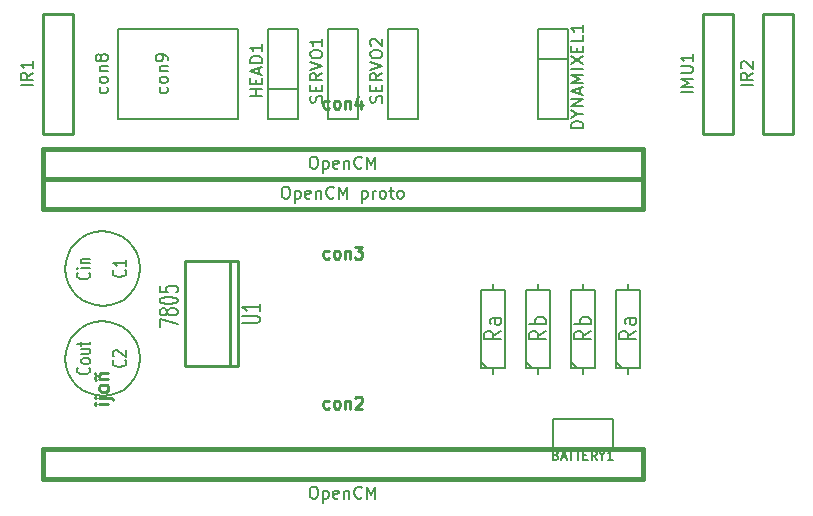
<source format=gto>
G04 (created by PCBNEW-RS274X (2012-apr-16-27)-stable) date lun 12 may 2014 23:04:42 CEST*
G01*
G70*
G90*
%MOIN*%
G04 Gerber Fmt 3.4, Leading zero omitted, Abs format*
%FSLAX34Y34*%
G04 APERTURE LIST*
%ADD10C,0.000200*%
%ADD11C,0.008000*%
%ADD12C,0.006000*%
%ADD13C,0.010000*%
%ADD14C,0.015000*%
%ADD15C,0.005000*%
%ADD16C,0.011300*%
G04 APERTURE END LIST*
G54D10*
G54D11*
X82500Y-32500D02*
X82500Y-29500D01*
X82500Y-29500D02*
X84500Y-29500D01*
X84500Y-32500D02*
X82500Y-32500D01*
X86500Y-29500D02*
X86500Y-32500D01*
X84500Y-29500D02*
X86500Y-29500D01*
X86500Y-32500D02*
X84500Y-32500D01*
G54D12*
X90500Y-32500D02*
X89500Y-32500D01*
X89500Y-32500D02*
X89500Y-29500D01*
X89500Y-29500D02*
X90500Y-29500D01*
X90500Y-29500D02*
X90500Y-32500D01*
X92500Y-32500D02*
X91500Y-32500D01*
X91500Y-32500D02*
X91500Y-29500D01*
X91500Y-29500D02*
X92500Y-29500D01*
X92500Y-29500D02*
X92500Y-32500D01*
G54D11*
X98000Y-41000D02*
X98000Y-40800D01*
X98000Y-38000D02*
X98000Y-38200D01*
X98000Y-38200D02*
X97600Y-38200D01*
X97600Y-38200D02*
X97600Y-40800D01*
X97600Y-40800D02*
X98400Y-40800D01*
X98400Y-40800D02*
X98400Y-38200D01*
X98400Y-38200D02*
X98000Y-38200D01*
X97800Y-40800D02*
X97600Y-40600D01*
X95000Y-41000D02*
X95000Y-40800D01*
X95000Y-38000D02*
X95000Y-38200D01*
X95000Y-38200D02*
X94600Y-38200D01*
X94600Y-38200D02*
X94600Y-40800D01*
X94600Y-40800D02*
X95400Y-40800D01*
X95400Y-40800D02*
X95400Y-38200D01*
X95400Y-38200D02*
X95000Y-38200D01*
X94800Y-40800D02*
X94600Y-40600D01*
X99500Y-41000D02*
X99500Y-40800D01*
X99500Y-38000D02*
X99500Y-38200D01*
X99500Y-38200D02*
X99100Y-38200D01*
X99100Y-38200D02*
X99100Y-40800D01*
X99100Y-40800D02*
X99900Y-40800D01*
X99900Y-40800D02*
X99900Y-38200D01*
X99900Y-38200D02*
X99500Y-38200D01*
X99300Y-40800D02*
X99100Y-40600D01*
X96500Y-41000D02*
X96500Y-40800D01*
X96500Y-38000D02*
X96500Y-38200D01*
X96500Y-38200D02*
X96100Y-38200D01*
X96100Y-38200D02*
X96100Y-40800D01*
X96100Y-40800D02*
X96900Y-40800D01*
X96900Y-40800D02*
X96900Y-38200D01*
X96900Y-38200D02*
X96500Y-38200D01*
X96300Y-40800D02*
X96100Y-40600D01*
G54D13*
X103000Y-29000D02*
X103000Y-33000D01*
X102000Y-29000D02*
X102000Y-33000D01*
X102000Y-33000D02*
X103000Y-33000D01*
X103000Y-29000D02*
X102000Y-29000D01*
X81000Y-29000D02*
X81000Y-33000D01*
X80000Y-29000D02*
X80000Y-33000D01*
X80000Y-33000D02*
X81000Y-33000D01*
X81000Y-29000D02*
X80000Y-29000D01*
X105000Y-29000D02*
X105000Y-33000D01*
X104000Y-29000D02*
X104000Y-33000D01*
X104000Y-33000D02*
X105000Y-33000D01*
X105000Y-29000D02*
X104000Y-29000D01*
G54D12*
X88500Y-32500D02*
X87500Y-32500D01*
X87500Y-32500D02*
X87500Y-29500D01*
X87500Y-29500D02*
X88500Y-29500D01*
X88500Y-29500D02*
X88500Y-32500D01*
X87500Y-31500D02*
X88500Y-31500D01*
X96500Y-29500D02*
X97500Y-29500D01*
X97500Y-29500D02*
X97500Y-32500D01*
X97500Y-32500D02*
X96500Y-32500D01*
X96500Y-32500D02*
X96500Y-29500D01*
X97500Y-30500D02*
X96500Y-30500D01*
X99000Y-42500D02*
X99000Y-43500D01*
X99000Y-43500D02*
X97000Y-43500D01*
X97000Y-43500D02*
X97000Y-42500D01*
X97000Y-42500D02*
X99000Y-42500D01*
G54D14*
X80000Y-43500D02*
X80000Y-44500D01*
X80000Y-44500D02*
X100000Y-44500D01*
X100000Y-44500D02*
X100000Y-43500D01*
X100000Y-43500D02*
X80000Y-43500D01*
X80000Y-33500D02*
X80000Y-34500D01*
X80000Y-34500D02*
X100000Y-34500D01*
X100000Y-34500D02*
X100000Y-33500D01*
X100000Y-33500D02*
X80000Y-33500D01*
X100000Y-35500D02*
X100000Y-34500D01*
X100000Y-34500D02*
X80000Y-34500D01*
X80000Y-34500D02*
X80000Y-35500D01*
X80000Y-35500D02*
X100000Y-35500D01*
G54D13*
X86250Y-37250D02*
X86500Y-37250D01*
X86500Y-37250D02*
X86500Y-40750D01*
X86500Y-40750D02*
X86250Y-40750D01*
X84750Y-37250D02*
X86250Y-37250D01*
X86250Y-37250D02*
X86250Y-40750D01*
X86250Y-40750D02*
X84750Y-40750D01*
X84750Y-40750D02*
X84750Y-37250D01*
G54D15*
X83250Y-40500D02*
X83226Y-40742D01*
X83155Y-40976D01*
X83041Y-41191D01*
X82886Y-41380D01*
X82698Y-41536D01*
X82484Y-41652D01*
X82251Y-41724D01*
X82008Y-41749D01*
X81766Y-41727D01*
X81532Y-41658D01*
X81316Y-41545D01*
X81126Y-41393D01*
X80969Y-41206D01*
X80852Y-40992D01*
X80778Y-40759D01*
X80751Y-40517D01*
X80771Y-40275D01*
X80838Y-40040D01*
X80950Y-39823D01*
X81101Y-39632D01*
X81287Y-39474D01*
X81500Y-39355D01*
X81732Y-39280D01*
X81974Y-39251D01*
X82217Y-39269D01*
X82452Y-39335D01*
X82669Y-39445D01*
X82862Y-39595D01*
X83021Y-39780D01*
X83141Y-39992D01*
X83218Y-40224D01*
X83249Y-40466D01*
X83250Y-40500D01*
X83250Y-37500D02*
X83226Y-37742D01*
X83155Y-37976D01*
X83041Y-38191D01*
X82886Y-38380D01*
X82698Y-38536D01*
X82484Y-38652D01*
X82251Y-38724D01*
X82008Y-38749D01*
X81766Y-38727D01*
X81532Y-38658D01*
X81316Y-38545D01*
X81126Y-38393D01*
X80969Y-38206D01*
X80852Y-37992D01*
X80778Y-37759D01*
X80751Y-37517D01*
X80771Y-37275D01*
X80838Y-37040D01*
X80950Y-36823D01*
X81101Y-36632D01*
X81287Y-36474D01*
X81500Y-36355D01*
X81732Y-36280D01*
X81974Y-36251D01*
X82217Y-36269D01*
X82452Y-36335D01*
X82669Y-36445D01*
X82862Y-36595D01*
X83021Y-36780D01*
X83141Y-36992D01*
X83218Y-37224D01*
X83249Y-37466D01*
X83250Y-37500D01*
G54D11*
X82143Y-31457D02*
X82162Y-31495D01*
X82162Y-31572D01*
X82143Y-31610D01*
X82124Y-31629D01*
X82086Y-31648D01*
X81971Y-31648D01*
X81933Y-31629D01*
X81914Y-31610D01*
X81895Y-31572D01*
X81895Y-31495D01*
X81914Y-31457D01*
X82162Y-31229D02*
X82143Y-31267D01*
X82124Y-31286D01*
X82086Y-31305D01*
X81971Y-31305D01*
X81933Y-31286D01*
X81914Y-31267D01*
X81895Y-31229D01*
X81895Y-31171D01*
X81914Y-31133D01*
X81933Y-31114D01*
X81971Y-31095D01*
X82086Y-31095D01*
X82124Y-31114D01*
X82143Y-31133D01*
X82162Y-31171D01*
X82162Y-31229D01*
X81895Y-30924D02*
X82162Y-30924D01*
X81933Y-30924D02*
X81914Y-30905D01*
X81895Y-30867D01*
X81895Y-30809D01*
X81914Y-30771D01*
X81952Y-30752D01*
X82162Y-30752D01*
X81933Y-30505D02*
X81914Y-30543D01*
X81895Y-30562D01*
X81857Y-30581D01*
X81838Y-30581D01*
X81800Y-30562D01*
X81781Y-30543D01*
X81762Y-30505D01*
X81762Y-30428D01*
X81781Y-30390D01*
X81800Y-30371D01*
X81838Y-30352D01*
X81857Y-30352D01*
X81895Y-30371D01*
X81914Y-30390D01*
X81933Y-30428D01*
X81933Y-30505D01*
X81952Y-30543D01*
X81971Y-30562D01*
X82010Y-30581D01*
X82086Y-30581D01*
X82124Y-30562D01*
X82143Y-30543D01*
X82162Y-30505D01*
X82162Y-30428D01*
X82143Y-30390D01*
X82124Y-30371D01*
X82086Y-30352D01*
X82010Y-30352D01*
X81971Y-30371D01*
X81952Y-30390D01*
X81933Y-30428D01*
X84143Y-31457D02*
X84162Y-31495D01*
X84162Y-31572D01*
X84143Y-31610D01*
X84124Y-31629D01*
X84086Y-31648D01*
X83971Y-31648D01*
X83933Y-31629D01*
X83914Y-31610D01*
X83895Y-31572D01*
X83895Y-31495D01*
X83914Y-31457D01*
X84162Y-31229D02*
X84143Y-31267D01*
X84124Y-31286D01*
X84086Y-31305D01*
X83971Y-31305D01*
X83933Y-31286D01*
X83914Y-31267D01*
X83895Y-31229D01*
X83895Y-31171D01*
X83914Y-31133D01*
X83933Y-31114D01*
X83971Y-31095D01*
X84086Y-31095D01*
X84124Y-31114D01*
X84143Y-31133D01*
X84162Y-31171D01*
X84162Y-31229D01*
X83895Y-30924D02*
X84162Y-30924D01*
X83933Y-30924D02*
X83914Y-30905D01*
X83895Y-30867D01*
X83895Y-30809D01*
X83914Y-30771D01*
X83952Y-30752D01*
X84162Y-30752D01*
X84162Y-30543D02*
X84162Y-30467D01*
X84143Y-30428D01*
X84124Y-30409D01*
X84067Y-30371D01*
X83990Y-30352D01*
X83838Y-30352D01*
X83800Y-30371D01*
X83781Y-30390D01*
X83762Y-30428D01*
X83762Y-30505D01*
X83781Y-30543D01*
X83800Y-30562D01*
X83838Y-30581D01*
X83933Y-30581D01*
X83971Y-30562D01*
X83990Y-30543D01*
X84010Y-30505D01*
X84010Y-30428D01*
X83990Y-30390D01*
X83971Y-30371D01*
X83933Y-30352D01*
G54D12*
X89293Y-31967D02*
X89312Y-31910D01*
X89312Y-31814D01*
X89293Y-31776D01*
X89274Y-31757D01*
X89236Y-31738D01*
X89198Y-31738D01*
X89160Y-31757D01*
X89140Y-31776D01*
X89121Y-31814D01*
X89102Y-31891D01*
X89083Y-31929D01*
X89064Y-31948D01*
X89026Y-31967D01*
X88988Y-31967D01*
X88950Y-31948D01*
X88931Y-31929D01*
X88912Y-31891D01*
X88912Y-31795D01*
X88931Y-31738D01*
X89102Y-31567D02*
X89102Y-31433D01*
X89312Y-31376D02*
X89312Y-31567D01*
X88912Y-31567D01*
X88912Y-31376D01*
X89312Y-30976D02*
X89121Y-31110D01*
X89312Y-31205D02*
X88912Y-31205D01*
X88912Y-31052D01*
X88931Y-31014D01*
X88950Y-30995D01*
X88988Y-30976D01*
X89045Y-30976D01*
X89083Y-30995D01*
X89102Y-31014D01*
X89121Y-31052D01*
X89121Y-31205D01*
X88912Y-30862D02*
X89312Y-30729D01*
X88912Y-30595D01*
X88912Y-30386D02*
X88912Y-30309D01*
X88931Y-30271D01*
X88969Y-30233D01*
X89045Y-30214D01*
X89179Y-30214D01*
X89255Y-30233D01*
X89293Y-30271D01*
X89312Y-30309D01*
X89312Y-30386D01*
X89293Y-30424D01*
X89255Y-30462D01*
X89179Y-30481D01*
X89045Y-30481D01*
X88969Y-30462D01*
X88931Y-30424D01*
X88912Y-30386D01*
X89312Y-29833D02*
X89312Y-30062D01*
X89312Y-29948D02*
X88912Y-29948D01*
X88969Y-29986D01*
X89007Y-30024D01*
X89026Y-30062D01*
X91293Y-31967D02*
X91312Y-31910D01*
X91312Y-31814D01*
X91293Y-31776D01*
X91274Y-31757D01*
X91236Y-31738D01*
X91198Y-31738D01*
X91160Y-31757D01*
X91140Y-31776D01*
X91121Y-31814D01*
X91102Y-31891D01*
X91083Y-31929D01*
X91064Y-31948D01*
X91026Y-31967D01*
X90988Y-31967D01*
X90950Y-31948D01*
X90931Y-31929D01*
X90912Y-31891D01*
X90912Y-31795D01*
X90931Y-31738D01*
X91102Y-31567D02*
X91102Y-31433D01*
X91312Y-31376D02*
X91312Y-31567D01*
X90912Y-31567D01*
X90912Y-31376D01*
X91312Y-30976D02*
X91121Y-31110D01*
X91312Y-31205D02*
X90912Y-31205D01*
X90912Y-31052D01*
X90931Y-31014D01*
X90950Y-30995D01*
X90988Y-30976D01*
X91045Y-30976D01*
X91083Y-30995D01*
X91102Y-31014D01*
X91121Y-31052D01*
X91121Y-31205D01*
X90912Y-30862D02*
X91312Y-30729D01*
X90912Y-30595D01*
X90912Y-30386D02*
X90912Y-30309D01*
X90931Y-30271D01*
X90969Y-30233D01*
X91045Y-30214D01*
X91179Y-30214D01*
X91255Y-30233D01*
X91293Y-30271D01*
X91312Y-30309D01*
X91312Y-30386D01*
X91293Y-30424D01*
X91255Y-30462D01*
X91179Y-30481D01*
X91045Y-30481D01*
X90969Y-30462D01*
X90931Y-30424D01*
X90912Y-30386D01*
X90950Y-30062D02*
X90931Y-30043D01*
X90912Y-30005D01*
X90912Y-29909D01*
X90931Y-29871D01*
X90950Y-29852D01*
X90988Y-29833D01*
X91026Y-29833D01*
X91083Y-29852D01*
X91312Y-30081D01*
X91312Y-29833D01*
G54D11*
X98273Y-39571D02*
X98011Y-39738D01*
X98273Y-39857D02*
X97723Y-39857D01*
X97723Y-39666D01*
X97749Y-39619D01*
X97775Y-39595D01*
X97827Y-39571D01*
X97906Y-39571D01*
X97958Y-39595D01*
X97985Y-39619D01*
X98011Y-39666D01*
X98011Y-39857D01*
X98273Y-39357D02*
X97723Y-39357D01*
X97932Y-39357D02*
X97906Y-39309D01*
X97906Y-39214D01*
X97932Y-39166D01*
X97958Y-39143D01*
X98011Y-39119D01*
X98168Y-39119D01*
X98220Y-39143D01*
X98246Y-39166D01*
X98273Y-39214D01*
X98273Y-39309D01*
X98246Y-39357D01*
X95273Y-39571D02*
X95011Y-39738D01*
X95273Y-39857D02*
X94723Y-39857D01*
X94723Y-39666D01*
X94749Y-39619D01*
X94775Y-39595D01*
X94827Y-39571D01*
X94906Y-39571D01*
X94958Y-39595D01*
X94985Y-39619D01*
X95011Y-39666D01*
X95011Y-39857D01*
X95273Y-39143D02*
X94985Y-39143D01*
X94932Y-39166D01*
X94906Y-39214D01*
X94906Y-39309D01*
X94932Y-39357D01*
X95246Y-39143D02*
X95273Y-39190D01*
X95273Y-39309D01*
X95246Y-39357D01*
X95194Y-39381D01*
X95142Y-39381D01*
X95089Y-39357D01*
X95063Y-39309D01*
X95063Y-39190D01*
X95037Y-39143D01*
X99773Y-39571D02*
X99511Y-39738D01*
X99773Y-39857D02*
X99223Y-39857D01*
X99223Y-39666D01*
X99249Y-39619D01*
X99275Y-39595D01*
X99327Y-39571D01*
X99406Y-39571D01*
X99458Y-39595D01*
X99485Y-39619D01*
X99511Y-39666D01*
X99511Y-39857D01*
X99773Y-39143D02*
X99485Y-39143D01*
X99432Y-39166D01*
X99406Y-39214D01*
X99406Y-39309D01*
X99432Y-39357D01*
X99746Y-39143D02*
X99773Y-39190D01*
X99773Y-39309D01*
X99746Y-39357D01*
X99694Y-39381D01*
X99642Y-39381D01*
X99589Y-39357D01*
X99563Y-39309D01*
X99563Y-39190D01*
X99537Y-39143D01*
X96773Y-39571D02*
X96511Y-39738D01*
X96773Y-39857D02*
X96223Y-39857D01*
X96223Y-39666D01*
X96249Y-39619D01*
X96275Y-39595D01*
X96327Y-39571D01*
X96406Y-39571D01*
X96458Y-39595D01*
X96485Y-39619D01*
X96511Y-39666D01*
X96511Y-39857D01*
X96773Y-39357D02*
X96223Y-39357D01*
X96432Y-39357D02*
X96406Y-39309D01*
X96406Y-39214D01*
X96432Y-39166D01*
X96458Y-39143D01*
X96511Y-39119D01*
X96668Y-39119D01*
X96720Y-39143D01*
X96746Y-39166D01*
X96773Y-39214D01*
X96773Y-39309D01*
X96746Y-39357D01*
X101662Y-31628D02*
X101262Y-31628D01*
X101662Y-31438D02*
X101262Y-31438D01*
X101548Y-31304D01*
X101262Y-31171D01*
X101662Y-31171D01*
X101262Y-30981D02*
X101586Y-30981D01*
X101624Y-30962D01*
X101643Y-30943D01*
X101662Y-30905D01*
X101662Y-30828D01*
X101643Y-30790D01*
X101624Y-30771D01*
X101586Y-30752D01*
X101262Y-30752D01*
X101662Y-30352D02*
X101662Y-30581D01*
X101662Y-30467D02*
X101262Y-30467D01*
X101319Y-30505D01*
X101357Y-30543D01*
X101376Y-30581D01*
X79662Y-31390D02*
X79262Y-31390D01*
X79662Y-30971D02*
X79471Y-31105D01*
X79662Y-31200D02*
X79262Y-31200D01*
X79262Y-31047D01*
X79281Y-31009D01*
X79300Y-30990D01*
X79338Y-30971D01*
X79395Y-30971D01*
X79433Y-30990D01*
X79452Y-31009D01*
X79471Y-31047D01*
X79471Y-31200D01*
X79662Y-30590D02*
X79662Y-30819D01*
X79662Y-30705D02*
X79262Y-30705D01*
X79319Y-30743D01*
X79357Y-30781D01*
X79376Y-30819D01*
X103662Y-31390D02*
X103262Y-31390D01*
X103662Y-30971D02*
X103471Y-31105D01*
X103662Y-31200D02*
X103262Y-31200D01*
X103262Y-31047D01*
X103281Y-31009D01*
X103300Y-30990D01*
X103338Y-30971D01*
X103395Y-30971D01*
X103433Y-30990D01*
X103452Y-31009D01*
X103471Y-31047D01*
X103471Y-31200D01*
X103300Y-30819D02*
X103281Y-30800D01*
X103262Y-30762D01*
X103262Y-30666D01*
X103281Y-30628D01*
X103300Y-30609D01*
X103338Y-30590D01*
X103376Y-30590D01*
X103433Y-30609D01*
X103662Y-30838D01*
X103662Y-30590D01*
G54D12*
X87312Y-31757D02*
X86912Y-31757D01*
X87102Y-31757D02*
X87102Y-31528D01*
X87312Y-31528D02*
X86912Y-31528D01*
X87102Y-31338D02*
X87102Y-31204D01*
X87312Y-31147D02*
X87312Y-31338D01*
X86912Y-31338D01*
X86912Y-31147D01*
X87198Y-30995D02*
X87198Y-30804D01*
X87312Y-31033D02*
X86912Y-30900D01*
X87312Y-30766D01*
X87312Y-30633D02*
X86912Y-30633D01*
X86912Y-30538D01*
X86931Y-30480D01*
X86969Y-30442D01*
X87007Y-30423D01*
X87083Y-30404D01*
X87140Y-30404D01*
X87217Y-30423D01*
X87255Y-30442D01*
X87293Y-30480D01*
X87312Y-30538D01*
X87312Y-30633D01*
X87312Y-30023D02*
X87312Y-30252D01*
X87312Y-30138D02*
X86912Y-30138D01*
X86969Y-30176D01*
X87007Y-30214D01*
X87026Y-30252D01*
X98012Y-32805D02*
X97612Y-32805D01*
X97612Y-32710D01*
X97631Y-32652D01*
X97669Y-32614D01*
X97707Y-32595D01*
X97783Y-32576D01*
X97840Y-32576D01*
X97917Y-32595D01*
X97955Y-32614D01*
X97993Y-32652D01*
X98012Y-32710D01*
X98012Y-32805D01*
X97821Y-32329D02*
X98012Y-32329D01*
X97612Y-32462D02*
X97821Y-32329D01*
X97612Y-32195D01*
X98012Y-32062D02*
X97612Y-32062D01*
X98012Y-31833D01*
X97612Y-31833D01*
X97898Y-31662D02*
X97898Y-31471D01*
X98012Y-31700D02*
X97612Y-31567D01*
X98012Y-31433D01*
X98012Y-31300D02*
X97612Y-31300D01*
X97898Y-31166D01*
X97612Y-31033D01*
X98012Y-31033D01*
X98012Y-30843D02*
X97612Y-30843D01*
X97612Y-30691D02*
X98012Y-30424D01*
X97612Y-30424D02*
X98012Y-30691D01*
X97802Y-30272D02*
X97802Y-30138D01*
X98012Y-30081D02*
X98012Y-30272D01*
X97612Y-30272D01*
X97612Y-30081D01*
X98012Y-29719D02*
X98012Y-29910D01*
X97612Y-29910D01*
X98012Y-29376D02*
X98012Y-29605D01*
X98012Y-29491D02*
X97612Y-29491D01*
X97669Y-29529D01*
X97707Y-29567D01*
X97726Y-29605D01*
X97107Y-43714D02*
X97150Y-43729D01*
X97165Y-43743D01*
X97179Y-43771D01*
X97179Y-43814D01*
X97165Y-43843D01*
X97150Y-43857D01*
X97122Y-43871D01*
X97007Y-43871D01*
X97007Y-43571D01*
X97107Y-43571D01*
X97136Y-43586D01*
X97150Y-43600D01*
X97165Y-43629D01*
X97165Y-43657D01*
X97150Y-43686D01*
X97136Y-43700D01*
X97107Y-43714D01*
X97007Y-43714D01*
X97293Y-43786D02*
X97436Y-43786D01*
X97265Y-43871D02*
X97365Y-43571D01*
X97465Y-43871D01*
X97522Y-43571D02*
X97693Y-43571D01*
X97607Y-43871D02*
X97607Y-43571D01*
X97751Y-43571D02*
X97922Y-43571D01*
X97836Y-43871D02*
X97836Y-43571D01*
X98022Y-43714D02*
X98122Y-43714D01*
X98165Y-43871D02*
X98022Y-43871D01*
X98022Y-43571D01*
X98165Y-43571D01*
X98465Y-43871D02*
X98365Y-43729D01*
X98293Y-43871D02*
X98293Y-43571D01*
X98408Y-43571D01*
X98436Y-43586D01*
X98451Y-43600D01*
X98465Y-43629D01*
X98465Y-43671D01*
X98451Y-43700D01*
X98436Y-43714D01*
X98408Y-43729D01*
X98293Y-43729D01*
X98651Y-43729D02*
X98651Y-43871D01*
X98551Y-43571D02*
X98651Y-43729D01*
X98751Y-43571D01*
X99008Y-43871D02*
X98836Y-43871D01*
X98922Y-43871D02*
X98922Y-43571D01*
X98893Y-43614D01*
X98865Y-43643D01*
X98836Y-43657D01*
G54D13*
X89543Y-42143D02*
X89505Y-42162D01*
X89428Y-42162D01*
X89390Y-42143D01*
X89371Y-42124D01*
X89352Y-42086D01*
X89352Y-41971D01*
X89371Y-41933D01*
X89390Y-41914D01*
X89428Y-41895D01*
X89505Y-41895D01*
X89543Y-41914D01*
X89771Y-42162D02*
X89733Y-42143D01*
X89714Y-42124D01*
X89695Y-42086D01*
X89695Y-41971D01*
X89714Y-41933D01*
X89733Y-41914D01*
X89771Y-41895D01*
X89829Y-41895D01*
X89867Y-41914D01*
X89886Y-41933D01*
X89905Y-41971D01*
X89905Y-42086D01*
X89886Y-42124D01*
X89867Y-42143D01*
X89829Y-42162D01*
X89771Y-42162D01*
X90076Y-41895D02*
X90076Y-42162D01*
X90076Y-41933D02*
X90095Y-41914D01*
X90133Y-41895D01*
X90191Y-41895D01*
X90229Y-41914D01*
X90248Y-41952D01*
X90248Y-42162D01*
X90419Y-41800D02*
X90438Y-41781D01*
X90476Y-41762D01*
X90572Y-41762D01*
X90610Y-41781D01*
X90629Y-41800D01*
X90648Y-41838D01*
X90648Y-41876D01*
X90629Y-41933D01*
X90400Y-42162D01*
X90648Y-42162D01*
G54D11*
X89000Y-44762D02*
X89077Y-44762D01*
X89115Y-44781D01*
X89153Y-44819D01*
X89172Y-44895D01*
X89172Y-45029D01*
X89153Y-45105D01*
X89115Y-45143D01*
X89077Y-45162D01*
X89000Y-45162D01*
X88962Y-45143D01*
X88924Y-45105D01*
X88905Y-45029D01*
X88905Y-44895D01*
X88924Y-44819D01*
X88962Y-44781D01*
X89000Y-44762D01*
X89343Y-44895D02*
X89343Y-45295D01*
X89343Y-44914D02*
X89381Y-44895D01*
X89458Y-44895D01*
X89496Y-44914D01*
X89515Y-44933D01*
X89534Y-44971D01*
X89534Y-45086D01*
X89515Y-45124D01*
X89496Y-45143D01*
X89458Y-45162D01*
X89381Y-45162D01*
X89343Y-45143D01*
X89858Y-45143D02*
X89820Y-45162D01*
X89743Y-45162D01*
X89705Y-45143D01*
X89686Y-45105D01*
X89686Y-44952D01*
X89705Y-44914D01*
X89743Y-44895D01*
X89820Y-44895D01*
X89858Y-44914D01*
X89877Y-44952D01*
X89877Y-44990D01*
X89686Y-45029D01*
X90048Y-44895D02*
X90048Y-45162D01*
X90048Y-44933D02*
X90067Y-44914D01*
X90105Y-44895D01*
X90163Y-44895D01*
X90201Y-44914D01*
X90220Y-44952D01*
X90220Y-45162D01*
X90639Y-45124D02*
X90620Y-45143D01*
X90563Y-45162D01*
X90525Y-45162D01*
X90467Y-45143D01*
X90429Y-45105D01*
X90410Y-45067D01*
X90391Y-44990D01*
X90391Y-44933D01*
X90410Y-44857D01*
X90429Y-44819D01*
X90467Y-44781D01*
X90525Y-44762D01*
X90563Y-44762D01*
X90620Y-44781D01*
X90639Y-44800D01*
X90810Y-45162D02*
X90810Y-44762D01*
X90944Y-45048D01*
X91077Y-44762D01*
X91077Y-45162D01*
G54D13*
X89543Y-32143D02*
X89505Y-32162D01*
X89428Y-32162D01*
X89390Y-32143D01*
X89371Y-32124D01*
X89352Y-32086D01*
X89352Y-31971D01*
X89371Y-31933D01*
X89390Y-31914D01*
X89428Y-31895D01*
X89505Y-31895D01*
X89543Y-31914D01*
X89771Y-32162D02*
X89733Y-32143D01*
X89714Y-32124D01*
X89695Y-32086D01*
X89695Y-31971D01*
X89714Y-31933D01*
X89733Y-31914D01*
X89771Y-31895D01*
X89829Y-31895D01*
X89867Y-31914D01*
X89886Y-31933D01*
X89905Y-31971D01*
X89905Y-32086D01*
X89886Y-32124D01*
X89867Y-32143D01*
X89829Y-32162D01*
X89771Y-32162D01*
X90076Y-31895D02*
X90076Y-32162D01*
X90076Y-31933D02*
X90095Y-31914D01*
X90133Y-31895D01*
X90191Y-31895D01*
X90229Y-31914D01*
X90248Y-31952D01*
X90248Y-32162D01*
X90610Y-31895D02*
X90610Y-32162D01*
X90514Y-31743D02*
X90419Y-32029D01*
X90667Y-32029D01*
G54D11*
X88066Y-34762D02*
X88143Y-34762D01*
X88181Y-34781D01*
X88219Y-34819D01*
X88238Y-34895D01*
X88238Y-35029D01*
X88219Y-35105D01*
X88181Y-35143D01*
X88143Y-35162D01*
X88066Y-35162D01*
X88028Y-35143D01*
X87990Y-35105D01*
X87971Y-35029D01*
X87971Y-34895D01*
X87990Y-34819D01*
X88028Y-34781D01*
X88066Y-34762D01*
X88409Y-34895D02*
X88409Y-35295D01*
X88409Y-34914D02*
X88447Y-34895D01*
X88524Y-34895D01*
X88562Y-34914D01*
X88581Y-34933D01*
X88600Y-34971D01*
X88600Y-35086D01*
X88581Y-35124D01*
X88562Y-35143D01*
X88524Y-35162D01*
X88447Y-35162D01*
X88409Y-35143D01*
X88924Y-35143D02*
X88886Y-35162D01*
X88809Y-35162D01*
X88771Y-35143D01*
X88752Y-35105D01*
X88752Y-34952D01*
X88771Y-34914D01*
X88809Y-34895D01*
X88886Y-34895D01*
X88924Y-34914D01*
X88943Y-34952D01*
X88943Y-34990D01*
X88752Y-35029D01*
X89114Y-34895D02*
X89114Y-35162D01*
X89114Y-34933D02*
X89133Y-34914D01*
X89171Y-34895D01*
X89229Y-34895D01*
X89267Y-34914D01*
X89286Y-34952D01*
X89286Y-35162D01*
X89705Y-35124D02*
X89686Y-35143D01*
X89629Y-35162D01*
X89591Y-35162D01*
X89533Y-35143D01*
X89495Y-35105D01*
X89476Y-35067D01*
X89457Y-34990D01*
X89457Y-34933D01*
X89476Y-34857D01*
X89495Y-34819D01*
X89533Y-34781D01*
X89591Y-34762D01*
X89629Y-34762D01*
X89686Y-34781D01*
X89705Y-34800D01*
X89876Y-35162D02*
X89876Y-34762D01*
X90010Y-35048D01*
X90143Y-34762D01*
X90143Y-35162D01*
X90638Y-34895D02*
X90638Y-35295D01*
X90638Y-34914D02*
X90676Y-34895D01*
X90753Y-34895D01*
X90791Y-34914D01*
X90810Y-34933D01*
X90829Y-34971D01*
X90829Y-35086D01*
X90810Y-35124D01*
X90791Y-35143D01*
X90753Y-35162D01*
X90676Y-35162D01*
X90638Y-35143D01*
X91000Y-35162D02*
X91000Y-34895D01*
X91000Y-34971D02*
X91019Y-34933D01*
X91038Y-34914D01*
X91076Y-34895D01*
X91115Y-34895D01*
X91305Y-35162D02*
X91267Y-35143D01*
X91248Y-35124D01*
X91229Y-35086D01*
X91229Y-34971D01*
X91248Y-34933D01*
X91267Y-34914D01*
X91305Y-34895D01*
X91363Y-34895D01*
X91401Y-34914D01*
X91420Y-34933D01*
X91439Y-34971D01*
X91439Y-35086D01*
X91420Y-35124D01*
X91401Y-35143D01*
X91363Y-35162D01*
X91305Y-35162D01*
X91553Y-34895D02*
X91705Y-34895D01*
X91610Y-34762D02*
X91610Y-35105D01*
X91629Y-35143D01*
X91667Y-35162D01*
X91705Y-35162D01*
X91896Y-35162D02*
X91858Y-35143D01*
X91839Y-35124D01*
X91820Y-35086D01*
X91820Y-34971D01*
X91839Y-34933D01*
X91858Y-34914D01*
X91896Y-34895D01*
X91954Y-34895D01*
X91992Y-34914D01*
X92011Y-34933D01*
X92030Y-34971D01*
X92030Y-35086D01*
X92011Y-35124D01*
X91992Y-35143D01*
X91954Y-35162D01*
X91896Y-35162D01*
G54D13*
X89543Y-37143D02*
X89505Y-37162D01*
X89428Y-37162D01*
X89390Y-37143D01*
X89371Y-37124D01*
X89352Y-37086D01*
X89352Y-36971D01*
X89371Y-36933D01*
X89390Y-36914D01*
X89428Y-36895D01*
X89505Y-36895D01*
X89543Y-36914D01*
X89771Y-37162D02*
X89733Y-37143D01*
X89714Y-37124D01*
X89695Y-37086D01*
X89695Y-36971D01*
X89714Y-36933D01*
X89733Y-36914D01*
X89771Y-36895D01*
X89829Y-36895D01*
X89867Y-36914D01*
X89886Y-36933D01*
X89905Y-36971D01*
X89905Y-37086D01*
X89886Y-37124D01*
X89867Y-37143D01*
X89829Y-37162D01*
X89771Y-37162D01*
X90076Y-36895D02*
X90076Y-37162D01*
X90076Y-36933D02*
X90095Y-36914D01*
X90133Y-36895D01*
X90191Y-36895D01*
X90229Y-36914D01*
X90248Y-36952D01*
X90248Y-37162D01*
X90400Y-36762D02*
X90648Y-36762D01*
X90514Y-36914D01*
X90572Y-36914D01*
X90610Y-36933D01*
X90629Y-36952D01*
X90648Y-36990D01*
X90648Y-37086D01*
X90629Y-37124D01*
X90610Y-37143D01*
X90572Y-37162D01*
X90457Y-37162D01*
X90419Y-37143D01*
X90400Y-37124D01*
G54D11*
X89000Y-33762D02*
X89077Y-33762D01*
X89115Y-33781D01*
X89153Y-33819D01*
X89172Y-33895D01*
X89172Y-34029D01*
X89153Y-34105D01*
X89115Y-34143D01*
X89077Y-34162D01*
X89000Y-34162D01*
X88962Y-34143D01*
X88924Y-34105D01*
X88905Y-34029D01*
X88905Y-33895D01*
X88924Y-33819D01*
X88962Y-33781D01*
X89000Y-33762D01*
X89343Y-33895D02*
X89343Y-34295D01*
X89343Y-33914D02*
X89381Y-33895D01*
X89458Y-33895D01*
X89496Y-33914D01*
X89515Y-33933D01*
X89534Y-33971D01*
X89534Y-34086D01*
X89515Y-34124D01*
X89496Y-34143D01*
X89458Y-34162D01*
X89381Y-34162D01*
X89343Y-34143D01*
X89858Y-34143D02*
X89820Y-34162D01*
X89743Y-34162D01*
X89705Y-34143D01*
X89686Y-34105D01*
X89686Y-33952D01*
X89705Y-33914D01*
X89743Y-33895D01*
X89820Y-33895D01*
X89858Y-33914D01*
X89877Y-33952D01*
X89877Y-33990D01*
X89686Y-34029D01*
X90048Y-33895D02*
X90048Y-34162D01*
X90048Y-33933D02*
X90067Y-33914D01*
X90105Y-33895D01*
X90163Y-33895D01*
X90201Y-33914D01*
X90220Y-33952D01*
X90220Y-34162D01*
X90639Y-34124D02*
X90620Y-34143D01*
X90563Y-34162D01*
X90525Y-34162D01*
X90467Y-34143D01*
X90429Y-34105D01*
X90410Y-34067D01*
X90391Y-33990D01*
X90391Y-33933D01*
X90410Y-33857D01*
X90429Y-33819D01*
X90467Y-33781D01*
X90525Y-33762D01*
X90563Y-33762D01*
X90620Y-33781D01*
X90639Y-33800D01*
X90810Y-34162D02*
X90810Y-33762D01*
X90944Y-34048D01*
X91077Y-33762D01*
X91077Y-34162D01*
X86643Y-39305D02*
X87129Y-39305D01*
X87186Y-39286D01*
X87214Y-39267D01*
X87243Y-39229D01*
X87243Y-39152D01*
X87214Y-39114D01*
X87186Y-39095D01*
X87129Y-39076D01*
X86643Y-39076D01*
X87243Y-38676D02*
X87243Y-38905D01*
X87243Y-38791D02*
X86643Y-38791D01*
X86729Y-38829D01*
X86786Y-38867D01*
X86814Y-38905D01*
X83893Y-39455D02*
X83893Y-39188D01*
X84493Y-39360D01*
X84150Y-38979D02*
X84121Y-39017D01*
X84093Y-39036D01*
X84036Y-39055D01*
X84007Y-39055D01*
X83950Y-39036D01*
X83921Y-39017D01*
X83893Y-38979D01*
X83893Y-38902D01*
X83921Y-38864D01*
X83950Y-38845D01*
X84007Y-38826D01*
X84036Y-38826D01*
X84093Y-38845D01*
X84121Y-38864D01*
X84150Y-38902D01*
X84150Y-38979D01*
X84179Y-39017D01*
X84207Y-39036D01*
X84264Y-39055D01*
X84379Y-39055D01*
X84436Y-39036D01*
X84464Y-39017D01*
X84493Y-38979D01*
X84493Y-38902D01*
X84464Y-38864D01*
X84436Y-38845D01*
X84379Y-38826D01*
X84264Y-38826D01*
X84207Y-38845D01*
X84179Y-38864D01*
X84150Y-38902D01*
X83893Y-38579D02*
X83893Y-38540D01*
X83921Y-38502D01*
X83950Y-38483D01*
X84007Y-38464D01*
X84121Y-38445D01*
X84264Y-38445D01*
X84379Y-38464D01*
X84436Y-38483D01*
X84464Y-38502D01*
X84493Y-38540D01*
X84493Y-38579D01*
X84464Y-38617D01*
X84436Y-38636D01*
X84379Y-38655D01*
X84264Y-38674D01*
X84121Y-38674D01*
X84007Y-38655D01*
X83950Y-38636D01*
X83921Y-38617D01*
X83893Y-38579D01*
X83893Y-38083D02*
X83893Y-38274D01*
X84179Y-38293D01*
X84150Y-38274D01*
X84121Y-38236D01*
X84121Y-38140D01*
X84150Y-38102D01*
X84179Y-38083D01*
X84236Y-38064D01*
X84379Y-38064D01*
X84436Y-38083D01*
X84464Y-38102D01*
X84493Y-38140D01*
X84493Y-38236D01*
X84464Y-38274D01*
X84436Y-38293D01*
X82739Y-40558D02*
X82761Y-40574D01*
X82782Y-40624D01*
X82782Y-40658D01*
X82761Y-40708D01*
X82718Y-40741D01*
X82675Y-40758D01*
X82589Y-40774D01*
X82525Y-40774D01*
X82439Y-40758D01*
X82396Y-40741D01*
X82354Y-40708D01*
X82332Y-40658D01*
X82332Y-40624D01*
X82354Y-40574D01*
X82375Y-40558D01*
X82375Y-40424D02*
X82354Y-40408D01*
X82332Y-40374D01*
X82332Y-40291D01*
X82354Y-40258D01*
X82375Y-40241D01*
X82418Y-40224D01*
X82461Y-40224D01*
X82525Y-40241D01*
X82782Y-40441D01*
X82782Y-40224D01*
X81539Y-40809D02*
X81561Y-40825D01*
X81582Y-40875D01*
X81582Y-40909D01*
X81561Y-40959D01*
X81518Y-40992D01*
X81475Y-41009D01*
X81389Y-41025D01*
X81325Y-41025D01*
X81239Y-41009D01*
X81196Y-40992D01*
X81154Y-40959D01*
X81132Y-40909D01*
X81132Y-40875D01*
X81154Y-40825D01*
X81175Y-40809D01*
X81582Y-40609D02*
X81561Y-40642D01*
X81539Y-40659D01*
X81496Y-40675D01*
X81368Y-40675D01*
X81325Y-40659D01*
X81304Y-40642D01*
X81282Y-40609D01*
X81282Y-40559D01*
X81304Y-40525D01*
X81325Y-40509D01*
X81368Y-40492D01*
X81496Y-40492D01*
X81539Y-40509D01*
X81561Y-40525D01*
X81582Y-40559D01*
X81582Y-40609D01*
X81282Y-40192D02*
X81582Y-40192D01*
X81282Y-40342D02*
X81518Y-40342D01*
X81561Y-40325D01*
X81582Y-40292D01*
X81582Y-40242D01*
X81561Y-40208D01*
X81539Y-40192D01*
X81282Y-40075D02*
X81282Y-39941D01*
X81132Y-40025D02*
X81518Y-40025D01*
X81561Y-40008D01*
X81582Y-39975D01*
X81582Y-39941D01*
G54D16*
X82182Y-42014D02*
X81882Y-42014D01*
X81732Y-42014D02*
X81754Y-42035D01*
X81775Y-42014D01*
X81754Y-41992D01*
X81732Y-42014D01*
X81775Y-42014D01*
X81882Y-41800D02*
X82268Y-41800D01*
X82311Y-41821D01*
X82332Y-41864D01*
X82332Y-41886D01*
X81732Y-41800D02*
X81754Y-41821D01*
X81775Y-41800D01*
X81754Y-41778D01*
X81732Y-41800D01*
X81775Y-41800D01*
X82182Y-41522D02*
X82161Y-41564D01*
X82139Y-41586D01*
X82096Y-41607D01*
X81968Y-41607D01*
X81925Y-41586D01*
X81904Y-41564D01*
X81882Y-41522D01*
X81882Y-41457D01*
X81904Y-41414D01*
X81925Y-41393D01*
X81968Y-41372D01*
X82096Y-41372D01*
X82139Y-41393D01*
X82161Y-41414D01*
X82182Y-41457D01*
X82182Y-41522D01*
X81882Y-41179D02*
X82182Y-41179D01*
X81925Y-41179D02*
X81904Y-41157D01*
X81882Y-41115D01*
X81882Y-41050D01*
X81904Y-41007D01*
X81946Y-40986D01*
X82182Y-40986D01*
X81775Y-41200D02*
X81754Y-41179D01*
X81732Y-41136D01*
X81775Y-41050D01*
X81754Y-41007D01*
X81732Y-40986D01*
G54D11*
X82739Y-37558D02*
X82761Y-37574D01*
X82782Y-37624D01*
X82782Y-37658D01*
X82761Y-37708D01*
X82718Y-37741D01*
X82675Y-37758D01*
X82589Y-37774D01*
X82525Y-37774D01*
X82439Y-37758D01*
X82396Y-37741D01*
X82354Y-37708D01*
X82332Y-37658D01*
X82332Y-37624D01*
X82354Y-37574D01*
X82375Y-37558D01*
X82782Y-37224D02*
X82782Y-37424D01*
X82782Y-37324D02*
X82332Y-37324D01*
X82396Y-37358D01*
X82439Y-37391D01*
X82461Y-37424D01*
X81539Y-37634D02*
X81561Y-37650D01*
X81582Y-37700D01*
X81582Y-37734D01*
X81561Y-37784D01*
X81518Y-37817D01*
X81475Y-37834D01*
X81389Y-37850D01*
X81325Y-37850D01*
X81239Y-37834D01*
X81196Y-37817D01*
X81154Y-37784D01*
X81132Y-37734D01*
X81132Y-37700D01*
X81154Y-37650D01*
X81175Y-37634D01*
X81582Y-37484D02*
X81282Y-37484D01*
X81132Y-37484D02*
X81154Y-37500D01*
X81175Y-37484D01*
X81154Y-37467D01*
X81132Y-37484D01*
X81175Y-37484D01*
X81282Y-37317D02*
X81582Y-37317D01*
X81325Y-37317D02*
X81304Y-37300D01*
X81282Y-37267D01*
X81282Y-37217D01*
X81304Y-37183D01*
X81346Y-37167D01*
X81582Y-37167D01*
G54D16*
M02*

</source>
